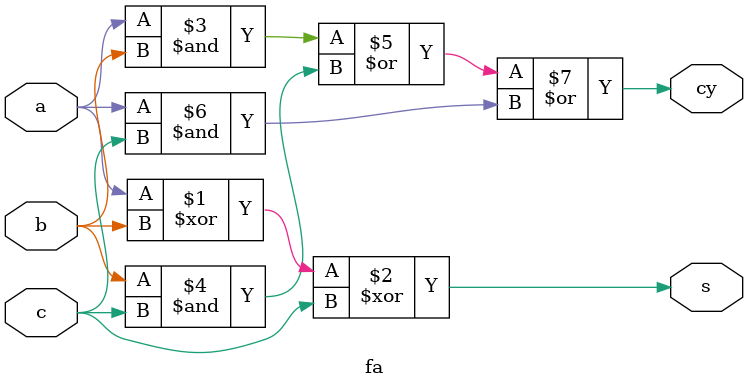
<source format=v>
`timescale 1ns / 1ps

module fa(input a,b,c, output s,cy);
	assign s = a^b^c; //logic for sum
	assign cy = a&b | b&c | a&c; //logic for carry 
endmodule

</source>
